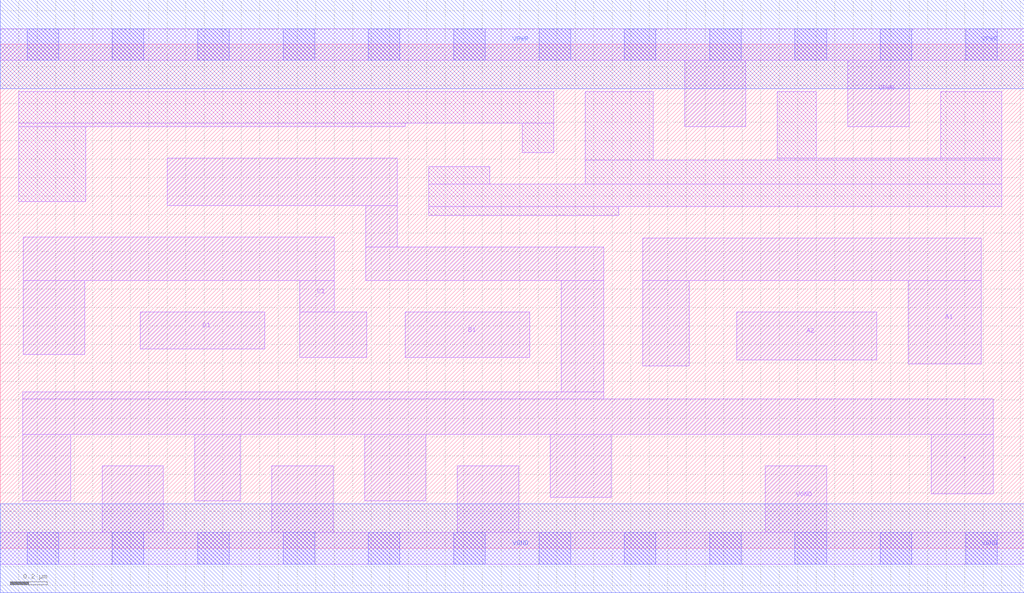
<source format=lef>
# Copyright 2020 The SkyWater PDK Authors
#
# Licensed under the Apache License, Version 2.0 (the "License");
# you may not use this file except in compliance with the License.
# You may obtain a copy of the License at
#
#     https://www.apache.org/licenses/LICENSE-2.0
#
# Unless required by applicable law or agreed to in writing, software
# distributed under the License is distributed on an "AS IS" BASIS,
# WITHOUT WARRANTIES OR CONDITIONS OF ANY KIND, either express or implied.
# See the License for the specific language governing permissions and
# limitations under the License.
#
# SPDX-License-Identifier: Apache-2.0

VERSION 5.7 ;
  NAMESCASESENSITIVE ON ;
  NOWIREEXTENSIONATPIN ON ;
  DIVIDERCHAR "/" ;
  BUSBITCHARS "[]" ;
UNITS
  DATABASE MICRONS 200 ;
END UNITS
MACRO sky130_fd_sc_hd__a2111oi_2
  CLASS CORE ;
  SOURCE USER ;
  FOREIGN sky130_fd_sc_hd__a2111oi_2 ;
  ORIGIN  0.000000  0.000000 ;
  SIZE  5.520000 BY  2.720000 ;
  SYMMETRY X Y R90 ;
  SITE unithd ;
  PIN A1
    ANTENNAGATEAREA  0.495000 ;
    DIRECTION INPUT ;
    USE SIGNAL ;
    PORT
      LAYER li1 ;
        RECT 3.465000 0.985000 3.715000 1.445000 ;
        RECT 3.465000 1.445000 5.290000 1.675000 ;
        RECT 4.895000 0.995000 5.290000 1.445000 ;
    END
  END A1
  PIN A2
    ANTENNAGATEAREA  0.495000 ;
    DIRECTION INPUT ;
    USE SIGNAL ;
    PORT
      LAYER li1 ;
        RECT 3.970000 1.015000 4.725000 1.275000 ;
    END
  END A2
  PIN B1
    ANTENNAGATEAREA  0.495000 ;
    DIRECTION INPUT ;
    USE SIGNAL ;
    PORT
      LAYER li1 ;
        RECT 2.185000 1.030000 2.855000 1.275000 ;
    END
  END B1
  PIN C1
    ANTENNAGATEAREA  0.495000 ;
    DIRECTION INPUT ;
    USE SIGNAL ;
    PORT
      LAYER li1 ;
        RECT 0.125000 1.045000 0.455000 1.445000 ;
        RECT 0.125000 1.445000 1.800000 1.680000 ;
        RECT 1.615000 1.030000 1.975000 1.275000 ;
        RECT 1.615000 1.275000 1.800000 1.445000 ;
    END
  END C1
  PIN D1
    ANTENNAGATEAREA  0.495000 ;
    DIRECTION INPUT ;
    USE SIGNAL ;
    PORT
      LAYER li1 ;
        RECT 0.755000 1.075000 1.425000 1.275000 ;
    END
  END D1
  PIN Y
    ANTENNADIFFAREA  1.212750 ;
    DIRECTION OUTPUT ;
    USE SIGNAL ;
    PORT
      LAYER li1 ;
        RECT 0.120000 0.255000 0.380000 0.615000 ;
        RECT 0.120000 0.615000 5.355000 0.805000 ;
        RECT 0.120000 0.805000 3.255000 0.845000 ;
        RECT 0.900000 1.850000 2.140000 2.105000 ;
        RECT 1.050000 0.255000 1.295000 0.615000 ;
        RECT 1.965000 0.255000 2.295000 0.615000 ;
        RECT 1.970000 1.445000 3.255000 1.625000 ;
        RECT 1.970000 1.625000 2.140000 1.850000 ;
        RECT 2.965000 0.275000 3.295000 0.615000 ;
        RECT 3.025000 0.845000 3.255000 1.445000 ;
        RECT 5.020000 0.295000 5.355000 0.615000 ;
    END
  END Y
  PIN VGND
    DIRECTION INOUT ;
    SHAPE ABUTMENT ;
    USE GROUND ;
    PORT
      LAYER li1 ;
        RECT 0.000000 -0.085000 5.520000 0.085000 ;
        RECT 0.550000  0.085000 0.880000 0.445000 ;
        RECT 1.465000  0.085000 1.795000 0.445000 ;
        RECT 2.465000  0.085000 2.795000 0.445000 ;
        RECT 4.125000  0.085000 4.455000 0.445000 ;
      LAYER mcon ;
        RECT 0.145000 -0.085000 0.315000 0.085000 ;
        RECT 0.605000 -0.085000 0.775000 0.085000 ;
        RECT 1.065000 -0.085000 1.235000 0.085000 ;
        RECT 1.525000 -0.085000 1.695000 0.085000 ;
        RECT 1.985000 -0.085000 2.155000 0.085000 ;
        RECT 2.445000 -0.085000 2.615000 0.085000 ;
        RECT 2.905000 -0.085000 3.075000 0.085000 ;
        RECT 3.365000 -0.085000 3.535000 0.085000 ;
        RECT 3.825000 -0.085000 3.995000 0.085000 ;
        RECT 4.285000 -0.085000 4.455000 0.085000 ;
        RECT 4.745000 -0.085000 4.915000 0.085000 ;
        RECT 5.205000 -0.085000 5.375000 0.085000 ;
      LAYER met1 ;
        RECT 0.000000 -0.240000 5.520000 0.240000 ;
    END
  END VGND
  PIN VPWR
    DIRECTION INOUT ;
    SHAPE ABUTMENT ;
    USE POWER ;
    PORT
      LAYER li1 ;
        RECT 0.000000 2.635000 5.520000 2.805000 ;
        RECT 3.690000 2.275000 4.020000 2.635000 ;
        RECT 4.570000 2.275000 4.900000 2.635000 ;
      LAYER mcon ;
        RECT 0.145000 2.635000 0.315000 2.805000 ;
        RECT 0.605000 2.635000 0.775000 2.805000 ;
        RECT 1.065000 2.635000 1.235000 2.805000 ;
        RECT 1.525000 2.635000 1.695000 2.805000 ;
        RECT 1.985000 2.635000 2.155000 2.805000 ;
        RECT 2.445000 2.635000 2.615000 2.805000 ;
        RECT 2.905000 2.635000 3.075000 2.805000 ;
        RECT 3.365000 2.635000 3.535000 2.805000 ;
        RECT 3.825000 2.635000 3.995000 2.805000 ;
        RECT 4.285000 2.635000 4.455000 2.805000 ;
        RECT 4.745000 2.635000 4.915000 2.805000 ;
        RECT 5.205000 2.635000 5.375000 2.805000 ;
      LAYER met1 ;
        RECT 0.000000 2.480000 5.520000 2.960000 ;
    END
  END VPWR
  OBS
    LAYER li1 ;
      RECT 0.100000 1.870000 0.460000 2.275000 ;
      RECT 0.100000 2.275000 2.185000 2.295000 ;
      RECT 0.100000 2.295000 2.985000 2.465000 ;
      RECT 2.310000 1.795000 3.335000 1.845000 ;
      RECT 2.310000 1.845000 5.400000 1.965000 ;
      RECT 2.310000 1.965000 2.640000 2.060000 ;
      RECT 2.815000 2.135000 2.985000 2.295000 ;
      RECT 3.155000 1.965000 5.400000 2.095000 ;
      RECT 3.155000 2.095000 3.520000 2.465000 ;
      RECT 4.190000 2.095000 5.400000 2.105000 ;
      RECT 4.190000 2.105000 4.400000 2.465000 ;
      RECT 5.070000 2.105000 5.400000 2.465000 ;
  END
END sky130_fd_sc_hd__a2111oi_2
END LIBRARY

</source>
